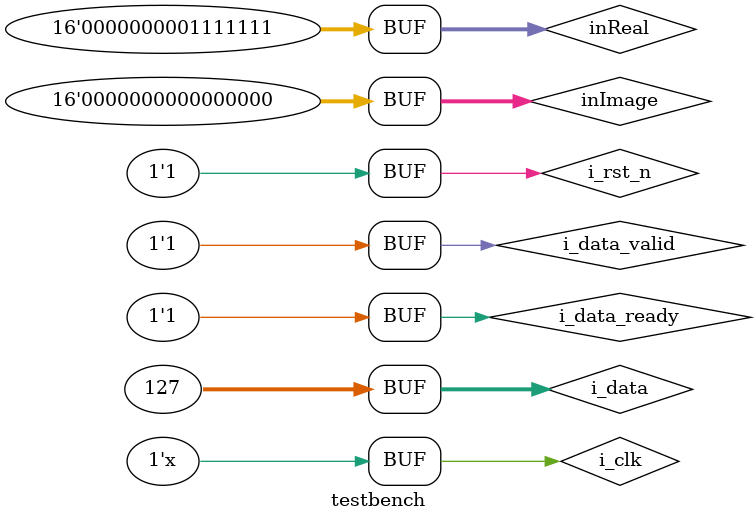
<source format=v>
`timescale 1ns / 1ps


module testbench;

	// Inputs
	reg i_clk;
	reg i_rst_n;
	reg i_data_valid;
	
	reg i_data_ready;

	// Outputs
	wire o_data_ready;
	wire o_data_valid;
	wire [31:0] o_data;
	reg[15:0] inReal;
	reg[15:0] inImage;
	wire [31:0] i_data={inImage,inReal};
	wire o_valid_fft;
	wire o_valid_multi;
	wire o_valid_dataCtrl;
	// Instantiate the Unit Under Test (UUT)
	fft_computer uut (
		.i_clk(i_clk), 
		.i_rst_n(i_rst_n), 
		.i_data_valid(i_data_valid), 
		.i_data(i_data), 
		.o_data_ready(o_data_ready), 
		.o_data_valid(o_data_valid), 
		.o_data(o_data), 
		.i_data_ready(i_data_ready),
		.o_valid_fft(o_valid_fft),
		.o_valid_multi(o_valid_multi),
		.o_valid_dataCtrl(o_valid_dataCtrl)
	);

	initial begin
		// Initialize Inputs
		i_clk = 0;
		i_rst_n = 0;
		i_data_valid = 0;
		i_data_ready = 0;
		inReal=0;
		inImage=0;

		// Wait 100 ns for global reset to finish
		#100;
		i_data_ready = 1;
		i_rst_n = 1;
		i_data_valid = 1;
        
		// Add stimulus here
#2 inReal=128;
#2 inReal=127;
#2 inReal=127;
#2 inReal=126;
#2 inReal=125;
#2 inReal=124;
#2 inReal=122;
#2 inReal=120;
#2 inReal=118;
#2 inReal=115;
#2 inReal=112;
#2 inReal=109;
#2 inReal=106;
#2 inReal=102;
#2 inReal=98;
#2 inReal=94;
#2 inReal=90;
#2 inReal=85;
#2 inReal=81;
#2 inReal=76;
#2 inReal=71;
#2 inReal=65;
#2 inReal=60;
#2 inReal=54;
#2 inReal=48;
#2 inReal=43;
#2 inReal=37;
#2 inReal=31;
#2 inReal=24;
#2 inReal=18;
#2 inReal=12;
#2 inReal=6;
#2 inReal=0;
#2 inReal=-6;
#2 inReal=-12;
#2 inReal=-18;
#2 inReal=-24;
#2 inReal=-31;
#2 inReal=-37;
#2 inReal=-43;
#2 inReal=-48;
#2 inReal=-54;
#2 inReal=-60;
#2 inReal=-65;
#2 inReal=-71;
#2 inReal=-76;
#2 inReal=-81;
#2 inReal=-85;
#2 inReal=-90;
#2 inReal=-94;
#2 inReal=-98;
#2 inReal=-102;
#2 inReal=-106;
#2 inReal=-109;
#2 inReal=-112;
#2 inReal=-115;
#2 inReal=-118;
#2 inReal=-120;
#2 inReal=-122;
#2 inReal=-124;
#2 inReal=-125;
#2 inReal=-126;
#2 inReal=-127;
#2 inReal=-127;
#2 inReal=-127;
#2 inReal=-127;
#2 inReal=-127;
#2 inReal=-126;
#2 inReal=-125;
#2 inReal=-124;
#2 inReal=-122;
#2 inReal=-120;
#2 inReal=-118;
#2 inReal=-115;
#2 inReal=-112;
#2 inReal=-109;
#2 inReal=-106;
#2 inReal=-102;
#2 inReal=-98;
#2 inReal=-94;
#2 inReal=-90;
#2 inReal=-85;
#2 inReal=-81;
#2 inReal=-76;
#2 inReal=-71;
#2 inReal=-65;
#2 inReal=-60;
#2 inReal=-54;
#2 inReal=-48;
#2 inReal=-43;
#2 inReal=-37;
#2 inReal=-31;
#2 inReal=-24;
#2 inReal=-18;
#2 inReal=-12;
#2 inReal=-6;
#2 inReal=0;
#2 inReal=6;
#2 inReal=12;
#2 inReal=18;
#2 inReal=24;
#2 inReal=31;
#2 inReal=37;
#2 inReal=43;
#2 inReal=48;
#2 inReal=54;
#2 inReal=60;
#2 inReal=65;
#2 inReal=71;
#2 inReal=76;
#2 inReal=81;
#2 inReal=85;
#2 inReal=90;
#2 inReal=94;
#2 inReal=98;
#2 inReal=102;
#2 inReal=106;
#2 inReal=109;
#2 inReal=112;
#2 inReal=115;
#2 inReal=118;
#2 inReal=120;
#2 inReal=122;
#2 inReal=124;
#2 inReal=125;
#2 inReal=126;
#2 inReal=127;
#2 inReal=127;


#2 inReal=128;
#2 inReal=127;
#2 inReal=127;
#2 inReal=126;
#2 inReal=125;
#2 inReal=124;
#2 inReal=122;
#2 inReal=120;
#2 inReal=118;
#2 inReal=115;
#2 inReal=112;
#2 inReal=109;
#2 inReal=106;
#2 inReal=102;
#2 inReal=98;
#2 inReal=94;
#2 inReal=90;
#2 inReal=85;
#2 inReal=81;
#2 inReal=76;
#2 inReal=71;
#2 inReal=65;
#2 inReal=60;
#2 inReal=54;
#2 inReal=48;
#2 inReal=43;
#2 inReal=37;
#2 inReal=31;
#2 inReal=24;
#2 inReal=18;
#2 inReal=12;
#2 inReal=6;
#2 inReal=0;
#2 inReal=-6;
#2 inReal=-12;
#2 inReal=-18;
#2 inReal=-24;
#2 inReal=-31;
#2 inReal=-37;
#2 inReal=-43;
#2 inReal=-48;
#2 inReal=-54;
#2 inReal=-60;
#2 inReal=-65;
#2 inReal=-71;
#2 inReal=-76;
#2 inReal=-81;
#2 inReal=-85;
#2 inReal=-90;
#2 inReal=-94;
#2 inReal=-98;
#2 inReal=-102;
#2 inReal=-106;
#2 inReal=-109;
#2 inReal=-112;
#2 inReal=-115;
#2 inReal=-118;
#2 inReal=-120;
#2 inReal=-122;
#2 inReal=-124;
#2 inReal=-125;
#2 inReal=-126;
#2 inReal=-127;
#2 inReal=-127;
#2 inReal=-127;
#2 inReal=-127;
#2 inReal=-127;
#2 inReal=-126;
#2 inReal=-125;
#2 inReal=-124;
#2 inReal=-122;
#2 inReal=-120;
#2 inReal=-118;
#2 inReal=-115;
#2 inReal=-112;
#2 inReal=-109;
#2 inReal=-106;
#2 inReal=-102;
#2 inReal=-98;
#2 inReal=-94;
#2 inReal=-90;
#2 inReal=-85;
#2 inReal=-81;
#2 inReal=-76;
#2 inReal=-71;
#2 inReal=-65;
#2 inReal=-60;
#2 inReal=-54;
#2 inReal=-48;
#2 inReal=-43;
#2 inReal=-37;
#2 inReal=-31;
#2 inReal=-24;
#2 inReal=-18;
#2 inReal=-12;
#2 inReal=-6;
#2 inReal=0;
#2 inReal=6;
#2 inReal=12;
#2 inReal=18;
#2 inReal=24;
#2 inReal=31;
#2 inReal=37;
#2 inReal=43;
#2 inReal=48;
#2 inReal=54;
#2 inReal=60;
#2 inReal=65;
#2 inReal=71;
#2 inReal=76;
#2 inReal=81;
#2 inReal=85;
#2 inReal=90;
#2 inReal=94;
#2 inReal=98;
#2 inReal=102;
#2 inReal=106;
#2 inReal=109;
#2 inReal=112;
#2 inReal=115;
#2 inReal=118;
#2 inReal=120;
#2 inReal=122;
#2 inReal=124;
#2 inReal=125;
#2 inReal=126;
#2 inReal=127;
#2 inReal=127;

#2 inReal=128;
#2 inReal=127;
#2 inReal=127;
#2 inReal=126;
#2 inReal=125;
#2 inReal=124;
#2 inReal=122;
#2 inReal=120;
#2 inReal=118;
#2 inReal=115;
#2 inReal=112;
#2 inReal=109;
#2 inReal=106;
#2 inReal=102;
#2 inReal=98;
#2 inReal=94;
#2 inReal=90;
#2 inReal=85;
#2 inReal=81;
#2 inReal=76;
#2 inReal=71;
#2 inReal=65;
#2 inReal=60;
#2 inReal=54;
#2 inReal=48;
#2 inReal=43;
#2 inReal=37;
#2 inReal=31;
#2 inReal=24;
#2 inReal=18;
#2 inReal=12;
#2 inReal=6;
#2 inReal=0;
#2 inReal=-6;
#2 inReal=-12;
#2 inReal=-18;
#2 inReal=-24;
#2 inReal=-31;
#2 inReal=-37;
#2 inReal=-43;
#2 inReal=-48;
#2 inReal=-54;
#2 inReal=-60;
#2 inReal=-65;
#2 inReal=-71;
#2 inReal=-76;
#2 inReal=-81;
#2 inReal=-85;
#2 inReal=-90;
#2 inReal=-94;
#2 inReal=-98;
#2 inReal=-102;
#2 inReal=-106;
#2 inReal=-109;
#2 inReal=-112;
#2 inReal=-115;
#2 inReal=-118;
#2 inReal=-120;
#2 inReal=-122;
#2 inReal=-124;
#2 inReal=-125;
#2 inReal=-126;
#2 inReal=-127;
#2 inReal=-127;
#2 inReal=-127;
#2 inReal=-127;
#2 inReal=-127;
#2 inReal=-126;
#2 inReal=-125;
#2 inReal=-124;
#2 inReal=-122;
#2 inReal=-120;
#2 inReal=-118;
#2 inReal=-115;
#2 inReal=-112;
#2 inReal=-109;
#2 inReal=-106;
#2 inReal=-102;
#2 inReal=-98;
#2 inReal=-94;
#2 inReal=-90;
#2 inReal=-85;
#2 inReal=-81;
#2 inReal=-76;
#2 inReal=-71;
#2 inReal=-65;
#2 inReal=-60;
#2 inReal=-54;
#2 inReal=-48;
#2 inReal=-43;
#2 inReal=-37;
#2 inReal=-31;
#2 inReal=-24;
#2 inReal=-18;
#2 inReal=-12;
#2 inReal=-6;
#2 inReal=0;
#2 inReal=6;
#2 inReal=12;
#2 inReal=18;
#2 inReal=24;
#2 inReal=31;
#2 inReal=37;
#2 inReal=43;
#2 inReal=48;
#2 inReal=54;
#2 inReal=60;
#2 inReal=65;
#2 inReal=71;
#2 inReal=76;
#2 inReal=81;
#2 inReal=85;
#2 inReal=90;
#2 inReal=94;
#2 inReal=98;
#2 inReal=102;
#2 inReal=106;
#2 inReal=109;
#2 inReal=112;
#2 inReal=115;
#2 inReal=118;
#2 inReal=120;
#2 inReal=122;
#2 inReal=124;
#2 inReal=125;
#2 inReal=126;
#2 inReal=127;
#2 inReal=127;

#2 inReal=128;
#2 inReal=127;
#2 inReal=127;
#2 inReal=126;
#2 inReal=125;
#2 inReal=124;
#2 inReal=122;
#2 inReal=120;
#2 inReal=118;
#2 inReal=115;
#2 inReal=112;
#2 inReal=109;
#2 inReal=106;
#2 inReal=102;
#2 inReal=98;
#2 inReal=94;
#2 inReal=90;
#2 inReal=85;
#2 inReal=81;
#2 inReal=76;
#2 inReal=71;
#2 inReal=65;
#2 inReal=60;
#2 inReal=54;
#2 inReal=48;
#2 inReal=43;
#2 inReal=37;
#2 inReal=31;
#2 inReal=24;
#2 inReal=18;
#2 inReal=12;
#2 inReal=6;
#2 inReal=0;
#2 inReal=-6;
#2 inReal=-12;
#2 inReal=-18;
#2 inReal=-24;
#2 inReal=-31;
#2 inReal=-37;
#2 inReal=-43;
#2 inReal=-48;
#2 inReal=-54;
#2 inReal=-60;
#2 inReal=-65;
#2 inReal=-71;
#2 inReal=-76;
#2 inReal=-81;
#2 inReal=-85;
#2 inReal=-90;
#2 inReal=-94;
#2 inReal=-98;
#2 inReal=-102;
#2 inReal=-106;
#2 inReal=-109;
#2 inReal=-112;
#2 inReal=-115;
#2 inReal=-118;
#2 inReal=-120;
#2 inReal=-122;
#2 inReal=-124;
#2 inReal=-125;
#2 inReal=-126;
#2 inReal=-127;
#2 inReal=-127;
#2 inReal=-127;
#2 inReal=-127;
#2 inReal=-127;
#2 inReal=-126;
#2 inReal=-125;
#2 inReal=-124;
#2 inReal=-122;
#2 inReal=-120;
#2 inReal=-118;
#2 inReal=-115;
#2 inReal=-112;
#2 inReal=-109;
#2 inReal=-106;
#2 inReal=-102;
#2 inReal=-98;
#2 inReal=-94;
#2 inReal=-90;
#2 inReal=-85;
#2 inReal=-81;
#2 inReal=-76;
#2 inReal=-71;
#2 inReal=-65;
#2 inReal=-60;
#2 inReal=-54;
#2 inReal=-48;
#2 inReal=-43;
#2 inReal=-37;
#2 inReal=-31;
#2 inReal=-24;
#2 inReal=-18;
#2 inReal=-12;
#2 inReal=-6;
#2 inReal=0;
#2 inReal=6;
#2 inReal=12;
#2 inReal=18;
#2 inReal=24;
#2 inReal=31;
#2 inReal=37;
#2 inReal=43;
#2 inReal=48;
#2 inReal=54;
#2 inReal=60;
#2 inReal=65;
#2 inReal=71;
#2 inReal=76;
#2 inReal=81;
#2 inReal=85;
#2 inReal=90;
#2 inReal=94;
#2 inReal=98;
#2 inReal=102;
#2 inReal=106;
#2 inReal=109;
#2 inReal=112;
#2 inReal=115;
#2 inReal=118;
#2 inReal=120;
#2 inReal=122;
#2 inReal=124;
#2 inReal=125;
#2 inReal=126;
#2 inReal=127;
#2 inReal=127;

#2 inReal=128;
#2 inReal=127;
#2 inReal=127;
#2 inReal=126;
#2 inReal=125;
#2 inReal=124;
#2 inReal=122;
#2 inReal=120;
#2 inReal=118;
#2 inReal=115;
#2 inReal=112;
#2 inReal=109;
#2 inReal=106;
#2 inReal=102;
#2 inReal=98;
#2 inReal=94;
#2 inReal=90;
#2 inReal=85;
#2 inReal=81;
#2 inReal=76;
#2 inReal=71;
#2 inReal=65;
#2 inReal=60;
#2 inReal=54;
#2 inReal=48;
#2 inReal=43;
#2 inReal=37;
#2 inReal=31;
#2 inReal=24;
#2 inReal=18;
#2 inReal=12;
#2 inReal=6;
#2 inReal=0;
#2 inReal=-6;
#2 inReal=-12;
#2 inReal=-18;
#2 inReal=-24;
#2 inReal=-31;
#2 inReal=-37;
#2 inReal=-43;
#2 inReal=-48;
#2 inReal=-54;
#2 inReal=-60;
#2 inReal=-65;
#2 inReal=-71;
#2 inReal=-76;
#2 inReal=-81;
#2 inReal=-85;
#2 inReal=-90;
#2 inReal=-94;
#2 inReal=-98;
#2 inReal=-102;
#2 inReal=-106;
#2 inReal=-109;
#2 inReal=-112;
#2 inReal=-115;
#2 inReal=-118;
#2 inReal=-120;
#2 inReal=-122;
#2 inReal=-124;
#2 inReal=-125;
#2 inReal=-126;
#2 inReal=-127;
#2 inReal=-127;
#2 inReal=-127;
#2 inReal=-127;
#2 inReal=-127;
#2 inReal=-126;
#2 inReal=-125;
#2 inReal=-124;
#2 inReal=-122;
#2 inReal=-120;
#2 inReal=-118;
#2 inReal=-115;
#2 inReal=-112;
#2 inReal=-109;
#2 inReal=-106;
#2 inReal=-102;
#2 inReal=-98;
#2 inReal=-94;
#2 inReal=-90;
#2 inReal=-85;
#2 inReal=-81;
#2 inReal=-76;
#2 inReal=-71;
#2 inReal=-65;
#2 inReal=-60;
#2 inReal=-54;
#2 inReal=-48;
#2 inReal=-43;
#2 inReal=-37;
#2 inReal=-31;
#2 inReal=-24;
#2 inReal=-18;
#2 inReal=-12;
#2 inReal=-6;
#2 inReal=0;
#2 inReal=6;
#2 inReal=12;
#2 inReal=18;
#2 inReal=24;
#2 inReal=31;
#2 inReal=37;
#2 inReal=43;
#2 inReal=48;
#2 inReal=54;
#2 inReal=60;
#2 inReal=65;
#2 inReal=71;
#2 inReal=76;
#2 inReal=81;
#2 inReal=85;
#2 inReal=90;
#2 inReal=94;
#2 inReal=98;
#2 inReal=102;
#2 inReal=106;
#2 inReal=109;
#2 inReal=112;
#2 inReal=115;
#2 inReal=118;
#2 inReal=120;
#2 inReal=122;
#2 inReal=124;
#2 inReal=125;
#2 inReal=126;
#2 inReal=127;
#2 inReal=127;

#2 inReal=128;
#2 inReal=127;
#2 inReal=127;
#2 inReal=126;
#2 inReal=125;
#2 inReal=124;
#2 inReal=122;
#2 inReal=120;
#2 inReal=118;
#2 inReal=115;
#2 inReal=112;
#2 inReal=109;
#2 inReal=106;
#2 inReal=102;
#2 inReal=98;
#2 inReal=94;
#2 inReal=90;
#2 inReal=85;
#2 inReal=81;
#2 inReal=76;
#2 inReal=71;
#2 inReal=65;
#2 inReal=60;
#2 inReal=54;
#2 inReal=48;
#2 inReal=43;
#2 inReal=37;
#2 inReal=31;
#2 inReal=24;
#2 inReal=18;
#2 inReal=12;
#2 inReal=6;
#2 inReal=0;
#2 inReal=-6;
#2 inReal=-12;
#2 inReal=-18;
#2 inReal=-24;
#2 inReal=-31;
#2 inReal=-37;
#2 inReal=-43;
#2 inReal=-48;
#2 inReal=-54;
#2 inReal=-60;
#2 inReal=-65;
#2 inReal=-71;
#2 inReal=-76;
#2 inReal=-81;
#2 inReal=-85;
#2 inReal=-90;
#2 inReal=-94;
#2 inReal=-98;
#2 inReal=-102;
#2 inReal=-106;
#2 inReal=-109;
#2 inReal=-112;
#2 inReal=-115;
#2 inReal=-118;
#2 inReal=-120;
#2 inReal=-122;
#2 inReal=-124;
#2 inReal=-125;
#2 inReal=-126;
#2 inReal=-127;
#2 inReal=-127;
#2 inReal=-127;
#2 inReal=-127;
#2 inReal=-127;
#2 inReal=-126;
#2 inReal=-125;
#2 inReal=-124;
#2 inReal=-122;
#2 inReal=-120;
#2 inReal=-118;
#2 inReal=-115;
#2 inReal=-112;
#2 inReal=-109;
#2 inReal=-106;
#2 inReal=-102;
#2 inReal=-98;
#2 inReal=-94;
#2 inReal=-90;
#2 inReal=-85;
#2 inReal=-81;
#2 inReal=-76;
#2 inReal=-71;
#2 inReal=-65;
#2 inReal=-60;
#2 inReal=-54;
#2 inReal=-48;
#2 inReal=-43;
#2 inReal=-37;
#2 inReal=-31;
#2 inReal=-24;
#2 inReal=-18;
#2 inReal=-12;
#2 inReal=-6;
#2 inReal=0;
#2 inReal=6;
#2 inReal=12;
#2 inReal=18;
#2 inReal=24;
#2 inReal=31;
#2 inReal=37;
#2 inReal=43;
#2 inReal=48;
#2 inReal=54;
#2 inReal=60;
#2 inReal=65;
#2 inReal=71;
#2 inReal=76;
#2 inReal=81;
#2 inReal=85;
#2 inReal=90;
#2 inReal=94;
#2 inReal=98;
#2 inReal=102;
#2 inReal=106;
#2 inReal=109;
#2 inReal=112;
#2 inReal=115;
#2 inReal=118;
#2 inReal=120;
#2 inReal=122;
#2 inReal=124;
#2 inReal=125;
#2 inReal=126;
#2 inReal=127;
#2 inReal=127;

#2 inReal=128;
#2 inReal=127;
#2 inReal=127;
#2 inReal=126;
#2 inReal=125;
#2 inReal=124;
#2 inReal=122;
#2 inReal=120;
#2 inReal=118;
#2 inReal=115;
#2 inReal=112;
#2 inReal=109;
#2 inReal=106;
#2 inReal=102;
#2 inReal=98;
#2 inReal=94;
#2 inReal=90;
#2 inReal=85;
#2 inReal=81;
#2 inReal=76;
#2 inReal=71;
#2 inReal=65;
#2 inReal=60;
#2 inReal=54;
#2 inReal=48;
#2 inReal=43;
#2 inReal=37;
#2 inReal=31;
#2 inReal=24;
#2 inReal=18;
#2 inReal=12;
#2 inReal=6;
#2 inReal=0;
#2 inReal=-6;
#2 inReal=-12;
#2 inReal=-18;
#2 inReal=-24;
#2 inReal=-31;
#2 inReal=-37;
#2 inReal=-43;
#2 inReal=-48;
#2 inReal=-54;
#2 inReal=-60;
#2 inReal=-65;
#2 inReal=-71;
#2 inReal=-76;
#2 inReal=-81;
#2 inReal=-85;
#2 inReal=-90;
#2 inReal=-94;
#2 inReal=-98;
#2 inReal=-102;
#2 inReal=-106;
#2 inReal=-109;
#2 inReal=-112;
#2 inReal=-115;
#2 inReal=-118;
#2 inReal=-120;
#2 inReal=-122;
#2 inReal=-124;
#2 inReal=-125;
#2 inReal=-126;
#2 inReal=-127;
#2 inReal=-127;
#2 inReal=-127;
#2 inReal=-127;
#2 inReal=-127;
#2 inReal=-126;
#2 inReal=-125;
#2 inReal=-124;
#2 inReal=-122;
#2 inReal=-120;
#2 inReal=-118;
#2 inReal=-115;
#2 inReal=-112;
#2 inReal=-109;
#2 inReal=-106;
#2 inReal=-102;
#2 inReal=-98;
#2 inReal=-94;
#2 inReal=-90;
#2 inReal=-85;
#2 inReal=-81;
#2 inReal=-76;
#2 inReal=-71;
#2 inReal=-65;
#2 inReal=-60;
#2 inReal=-54;
#2 inReal=-48;
#2 inReal=-43;
#2 inReal=-37;
#2 inReal=-31;
#2 inReal=-24;
#2 inReal=-18;
#2 inReal=-12;
#2 inReal=-6;
#2 inReal=0;
#2 inReal=6;
#2 inReal=12;
#2 inReal=18;
#2 inReal=24;
#2 inReal=31;
#2 inReal=37;
#2 inReal=43;
#2 inReal=48;
#2 inReal=54;
#2 inReal=60;
#2 inReal=65;
#2 inReal=71;
#2 inReal=76;
#2 inReal=81;
#2 inReal=85;
#2 inReal=90;
#2 inReal=94;
#2 inReal=98;
#2 inReal=102;
#2 inReal=106;
#2 inReal=109;
#2 inReal=112;
#2 inReal=115;
#2 inReal=118;
#2 inReal=120;
#2 inReal=122;
#2 inReal=124;
#2 inReal=125;
#2 inReal=126;
#2 inReal=127;
#2 inReal=127;

#2 inReal=128;
#2 inReal=127;
#2 inReal=127;
#2 inReal=126;
#2 inReal=125;
#2 inReal=124;
#2 inReal=122;
#2 inReal=120;
#2 inReal=118;
#2 inReal=115;
#2 inReal=112;
#2 inReal=109;
#2 inReal=106;
#2 inReal=102;
#2 inReal=98;
#2 inReal=94;
#2 inReal=90;
#2 inReal=85;
#2 inReal=81;
#2 inReal=76;
#2 inReal=71;
#2 inReal=65;
#2 inReal=60;
#2 inReal=54;
#2 inReal=48;
#2 inReal=43;
#2 inReal=37;
#2 inReal=31;
#2 inReal=24;
#2 inReal=18;
#2 inReal=12;
#2 inReal=6;
#2 inReal=0;
#2 inReal=-6;
#2 inReal=-12;
#2 inReal=-18;
#2 inReal=-24;
#2 inReal=-31;
#2 inReal=-37;
#2 inReal=-43;
#2 inReal=-48;
#2 inReal=-54;
#2 inReal=-60;
#2 inReal=-65;
#2 inReal=-71;
#2 inReal=-76;
#2 inReal=-81;
#2 inReal=-85;
#2 inReal=-90;
#2 inReal=-94;
#2 inReal=-98;
#2 inReal=-102;
#2 inReal=-106;
#2 inReal=-109;
#2 inReal=-112;
#2 inReal=-115;
#2 inReal=-118;
#2 inReal=-120;
#2 inReal=-122;
#2 inReal=-124;
#2 inReal=-125;
#2 inReal=-126;
#2 inReal=-127;
#2 inReal=-127;
#2 inReal=-127;
#2 inReal=-127;
#2 inReal=-127;
#2 inReal=-126;
#2 inReal=-125;
#2 inReal=-124;
#2 inReal=-122;
#2 inReal=-120;
#2 inReal=-118;
#2 inReal=-115;
#2 inReal=-112;
#2 inReal=-109;
#2 inReal=-106;
#2 inReal=-102;
#2 inReal=-98;
#2 inReal=-94;
#2 inReal=-90;
#2 inReal=-85;
#2 inReal=-81;
#2 inReal=-76;
#2 inReal=-71;
#2 inReal=-65;
#2 inReal=-60;
#2 inReal=-54;
#2 inReal=-48;
#2 inReal=-43;
#2 inReal=-37;
#2 inReal=-31;
#2 inReal=-24;
#2 inReal=-18;
#2 inReal=-12;
#2 inReal=-6;
#2 inReal=0;
#2 inReal=6;
#2 inReal=12;
#2 inReal=18;
#2 inReal=24;
#2 inReal=31;
#2 inReal=37;
#2 inReal=43;
#2 inReal=48;
#2 inReal=54;
#2 inReal=60;
#2 inReal=65;
#2 inReal=71;
#2 inReal=76;
#2 inReal=81;
#2 inReal=85;
#2 inReal=90;
#2 inReal=94;
#2 inReal=98;
#2 inReal=102;
#2 inReal=106;
#2 inReal=109;
#2 inReal=112;
#2 inReal=115;
#2 inReal=118;
#2 inReal=120;
#2 inReal=122;
#2 inReal=124;
#2 inReal=125;
#2 inReal=126;
#2 inReal=127;
#2 inReal=127;

#2 inReal=128;
#2 inReal=127;
#2 inReal=127;
#2 inReal=126;
#2 inReal=125;
#2 inReal=124;
#2 inReal=122;
#2 inReal=120;
#2 inReal=118;
#2 inReal=115;
#2 inReal=112;
#2 inReal=109;
#2 inReal=106;
#2 inReal=102;
#2 inReal=98;
#2 inReal=94;
#2 inReal=90;
#2 inReal=85;
#2 inReal=81;
#2 inReal=76;
#2 inReal=71;
#2 inReal=65;
#2 inReal=60;
#2 inReal=54;
#2 inReal=48;
#2 inReal=43;
#2 inReal=37;
#2 inReal=31;
#2 inReal=24;
#2 inReal=18;
#2 inReal=12;
#2 inReal=6;
#2 inReal=0;
#2 inReal=-6;
#2 inReal=-12;
#2 inReal=-18;
#2 inReal=-24;
#2 inReal=-31;
#2 inReal=-37;
#2 inReal=-43;
#2 inReal=-48;
#2 inReal=-54;
#2 inReal=-60;
#2 inReal=-65;
#2 inReal=-71;
#2 inReal=-76;
#2 inReal=-81;
#2 inReal=-85;
#2 inReal=-90;
#2 inReal=-94;
#2 inReal=-98;
#2 inReal=-102;
#2 inReal=-106;
#2 inReal=-109;
#2 inReal=-112;
#2 inReal=-115;
#2 inReal=-118;
#2 inReal=-120;
#2 inReal=-122;
#2 inReal=-124;
#2 inReal=-125;
#2 inReal=-126;
#2 inReal=-127;
#2 inReal=-127;
#2 inReal=-127;
#2 inReal=-127;
#2 inReal=-127;
#2 inReal=-126;
#2 inReal=-125;
#2 inReal=-124;
#2 inReal=-122;
#2 inReal=-120;
#2 inReal=-118;
#2 inReal=-115;
#2 inReal=-112;
#2 inReal=-109;
#2 inReal=-106;
#2 inReal=-102;
#2 inReal=-98;
#2 inReal=-94;
#2 inReal=-90;
#2 inReal=-85;
#2 inReal=-81;
#2 inReal=-76;
#2 inReal=-71;
#2 inReal=-65;
#2 inReal=-60;
#2 inReal=-54;
#2 inReal=-48;
#2 inReal=-43;
#2 inReal=-37;
#2 inReal=-31;
#2 inReal=-24;
#2 inReal=-18;
#2 inReal=-12;
#2 inReal=-6;
#2 inReal=0;
#2 inReal=6;
#2 inReal=12;
#2 inReal=18;
#2 inReal=24;
#2 inReal=31;
#2 inReal=37;
#2 inReal=43;
#2 inReal=48;
#2 inReal=54;
#2 inReal=60;
#2 inReal=65;
#2 inReal=71;
#2 inReal=76;
#2 inReal=81;
#2 inReal=85;
#2 inReal=90;
#2 inReal=94;
#2 inReal=98;
#2 inReal=102;
#2 inReal=106;
#2 inReal=109;
#2 inReal=112;
#2 inReal=115;
#2 inReal=118;
#2 inReal=120;
#2 inReal=122;
#2 inReal=124;
#2 inReal=125;
#2 inReal=126;
#2 inReal=127;
#2 inReal=127;

	end
	
	always #1 i_clk=~i_clk;
	
	always@(posedge i_clk)
		$display("%d \t %d",$time,o_data);
	
      
endmodule


</source>
